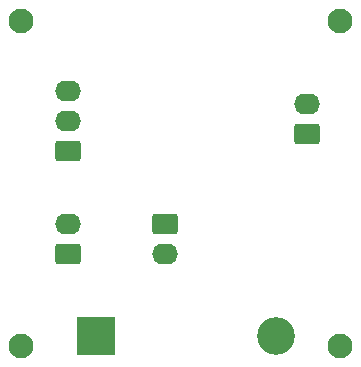
<source format=gbr>
%TF.GenerationSoftware,KiCad,Pcbnew,8.0.5*%
%TF.CreationDate,2024-09-30T19:38:02-05:00*%
%TF.ProjectId,HornProject_v0.0,486f726e-5072-46f6-9a65-63745f76302e,0.0*%
%TF.SameCoordinates,Original*%
%TF.FileFunction,Soldermask,Bot*%
%TF.FilePolarity,Negative*%
%FSLAX46Y46*%
G04 Gerber Fmt 4.6, Leading zero omitted, Abs format (unit mm)*
G04 Created by KiCad (PCBNEW 8.0.5) date 2024-09-30 19:38:02*
%MOMM*%
%LPD*%
G01*
G04 APERTURE LIST*
G04 Aperture macros list*
%AMRoundRect*
0 Rectangle with rounded corners*
0 $1 Rounding radius*
0 $2 $3 $4 $5 $6 $7 $8 $9 X,Y pos of 4 corners*
0 Add a 4 corners polygon primitive as box body*
4,1,4,$2,$3,$4,$5,$6,$7,$8,$9,$2,$3,0*
0 Add four circle primitives for the rounded corners*
1,1,$1+$1,$2,$3*
1,1,$1+$1,$4,$5*
1,1,$1+$1,$6,$7*
1,1,$1+$1,$8,$9*
0 Add four rect primitives between the rounded corners*
20,1,$1+$1,$2,$3,$4,$5,0*
20,1,$1+$1,$4,$5,$6,$7,0*
20,1,$1+$1,$6,$7,$8,$9,0*
20,1,$1+$1,$8,$9,$2,$3,0*%
G04 Aperture macros list end*
%ADD10C,2.100000*%
%ADD11RoundRect,0.250000X0.845000X-0.620000X0.845000X0.620000X-0.845000X0.620000X-0.845000X-0.620000X0*%
%ADD12O,2.190000X1.740000*%
%ADD13RoundRect,0.250000X-0.845000X0.620000X-0.845000X-0.620000X0.845000X-0.620000X0.845000X0.620000X0*%
%ADD14R,3.200000X3.200000*%
%ADD15O,3.200000X3.200000*%
G04 APERTURE END LIST*
D10*
%TO.C,REF\u002A\u002A*%
X63000000Y-38500000D03*
%TD*%
%TO.C,REF\u002A\u002A*%
X36000000Y-66000000D03*
%TD*%
%TO.C,REF\u002A\u002A*%
X63000000Y-66000000D03*
%TD*%
%TO.C,REF\u002A\u002A*%
X36000000Y-38500000D03*
%TD*%
D11*
%TO.C,Power_Connectors1*%
X40020000Y-49540000D03*
D12*
X40020000Y-47000000D03*
X40020000Y-44460000D03*
%TD*%
D11*
%TO.C,Horn_Out1*%
X40000000Y-58250000D03*
D12*
X40000000Y-55710000D03*
%TD*%
D13*
%TO.C,Horn_Out2*%
X48200000Y-55700000D03*
D12*
X48200000Y-58240000D03*
%TD*%
D11*
%TO.C,Horn_Control1*%
X60220000Y-48070000D03*
D12*
X60220000Y-45530000D03*
%TD*%
D14*
%TO.C,Rectifier_Diode1*%
X42380000Y-65200000D03*
D15*
X57620000Y-65200000D03*
%TD*%
M02*

</source>
